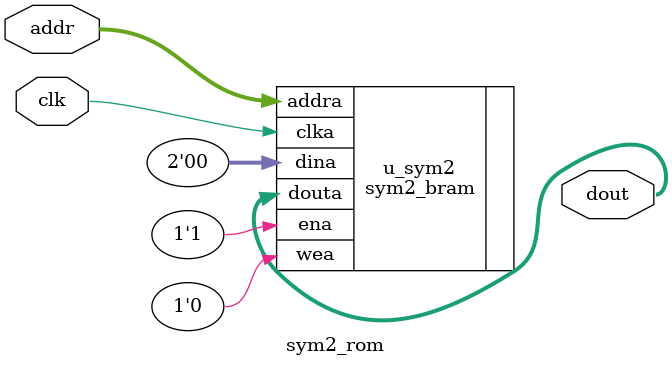
<source format=sv>
`timescale 1ns / 1ps



module sym2_rom(
    input  logic clk,
    input  logic [7:0] addr,
    output logic [1:0] dout
    );
    
    sym2_bram u_sym2 (
        .clka  (clk),
        .ena   (1'b1),
        .addra (addr),
        .douta (dout),
        .dina(2'b0),
        .wea(1'b0)
    );
endmodule

</source>
